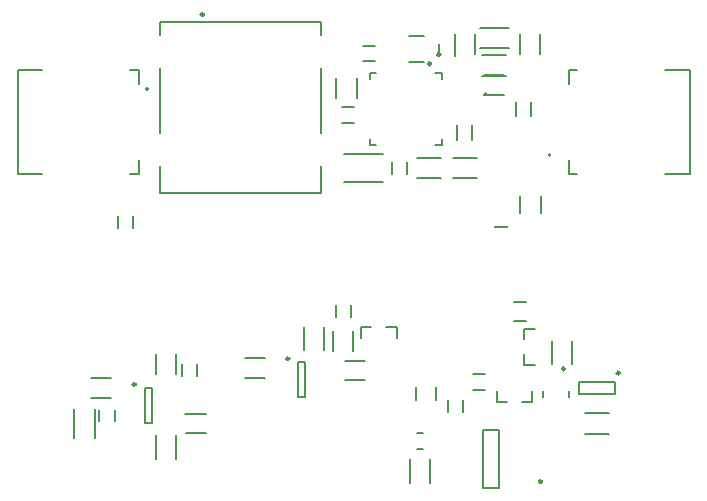
<source format=gbr>
G04*
G04 #@! TF.GenerationSoftware,Altium Limited,Altium Designer,24.9.1 (31)*
G04*
G04 Layer_Color=65535*
%FSLAX44Y44*%
%MOMM*%
G71*
G04*
G04 #@! TF.SameCoordinates,4108D936-EA1F-4614-87FC-E1DBC89B4A7E*
G04*
G04*
G04 #@! TF.FilePolarity,Positive*
G04*
G01*
G75*
%ADD10C,0.2000*%
%ADD11C,0.2500*%
%ADD12C,0.1270*%
%ADD13R,1.2000X0.2000*%
D10*
X167000Y-28000D02*
G03*
X167000Y-28000I-1000J0D01*
G01*
X-173890Y28000D02*
G03*
X-173890Y28000I-1000J0D01*
G01*
X112500Y23500D02*
G03*
X112500Y23500I-1000J0D01*
G01*
X-28000Y-60000D02*
Y-37500D01*
X-164000Y-9500D02*
Y45500D01*
X-28000Y73500D02*
Y85000D01*
X-164000Y73500D02*
Y85000D01*
X-28000Y-9500D02*
Y45500D01*
X-164000Y-60000D02*
X-28000D01*
X-164000Y85000D02*
X-28000D01*
X-164000Y-60000D02*
Y-37500D01*
X36390Y-182755D02*
Y-173280D01*
X5990D02*
X14645D01*
X27735D02*
X36390D01*
X5990Y-182755D02*
Y-173280D01*
X69690Y-235780D02*
Y-224780D01*
X52690Y-235780D02*
Y-224780D01*
X136190Y-152280D02*
X146190D01*
X136190Y-168280D02*
X146190D01*
X-25310Y-193341D02*
Y-173219D01*
X-42310Y-193341D02*
Y-173219D01*
X120990Y-237280D02*
Y-227805D01*
X142735Y-237280D02*
X151390D01*
X120990D02*
X129645D01*
X151390D02*
Y-227805D01*
X167690Y-205341D02*
Y-185219D01*
X184690Y-205341D02*
Y-185219D01*
X101190Y-213780D02*
X111190D01*
X101190Y-226780D02*
X111190D01*
X160440Y-233030D02*
Y-227530D01*
X181940Y-233030D02*
Y-227530D01*
X-92310Y-199780D02*
X-75310D01*
X-92310Y-216780D02*
X-75310D01*
X-17310Y-193780D02*
Y-176780D01*
X-310Y-193780D02*
Y-176780D01*
X196129Y-246780D02*
X216251D01*
X196129Y-263780D02*
X216251D01*
X92690Y-245280D02*
Y-235280D01*
X79690Y-245280D02*
Y-235280D01*
X-2310Y-165280D02*
Y-155280D01*
X-15310Y-165280D02*
Y-155280D01*
X-215310Y-253519D02*
Y-243519D01*
X-202310Y-253519D02*
Y-243519D01*
X-219209Y-267291D02*
Y-242709D01*
X-236791Y-267291D02*
Y-242709D01*
X-132310Y-215280D02*
Y-205280D01*
X-145310Y-215280D02*
Y-205280D01*
X-150310Y-213780D02*
Y-196780D01*
X-167310Y-213780D02*
Y-196780D01*
X-142363Y-247207D02*
X-125363D01*
X-142310Y-263280D02*
X-125310D01*
X-222310Y-216780D02*
X-205310D01*
X-222310Y-233780D02*
X-205310D01*
X-167310Y-285341D02*
Y-265219D01*
X-150310Y-285341D02*
Y-265219D01*
X-199500Y-90000D02*
Y-80000D01*
X-186500Y-90000D02*
Y-80000D01*
X122980Y-309805D02*
Y-260755D01*
X109400D02*
X122980D01*
X109400Y-309805D02*
Y-260755D01*
Y-309805D02*
X122980D01*
X141250Y-77250D02*
Y-62750D01*
X158750Y-77250D02*
Y-62750D01*
X47690Y-305341D02*
Y-285219D01*
X64690Y-305341D02*
Y-285219D01*
X53940Y-263530D02*
X58440D01*
X53940Y-277030D02*
X58440D01*
X221690Y-230280D02*
Y-220280D01*
X190690Y-230280D02*
Y-220280D01*
X221690D01*
X190690Y-230280D02*
X221690D01*
X-170810Y-255280D02*
Y-225280D01*
X-176810Y-255280D02*
Y-225280D01*
Y-255280D02*
X-170810D01*
X-176810Y-225280D02*
X-170810D01*
X-40810Y-233280D02*
Y-203280D01*
X-46810Y-233280D02*
Y-203280D01*
Y-233280D02*
X-40810D01*
X-46810Y-203280D02*
X-40810D01*
X106709Y62209D02*
X131291D01*
X106709Y79791D02*
X131291D01*
X85500Y56000D02*
Y66000D01*
X72500Y56000D02*
Y66000D01*
X140500Y57500D02*
Y74500D01*
X157500Y57500D02*
Y74500D01*
X46500Y73000D02*
X59500D01*
X46500Y51000D02*
X59500D01*
X-8273Y-50781D02*
X24789D01*
X-8273Y-27219D02*
X24789D01*
X-14500Y20000D02*
Y37000D01*
X2500Y20000D02*
Y37000D01*
X-10000Y12500D02*
X0D01*
X-10000Y-500D02*
X0D01*
X100314Y-15314D02*
Y-2686D01*
X87686Y-15314D02*
Y-2686D01*
X69150Y41500D02*
X74500D01*
X13500D02*
X18850D01*
X13500Y-19500D02*
Y-14150D01*
Y36150D02*
Y41500D01*
X69150Y-19500D02*
X74500D01*
X13500D02*
X18850D01*
X74500D02*
Y-14150D01*
Y36150D02*
Y41500D01*
X32500Y-44000D02*
Y-34000D01*
X45500Y-44000D02*
Y-34000D01*
X53939Y-30500D02*
X74061D01*
X53939Y-47500D02*
X74061D01*
X83939Y-30500D02*
X104061D01*
X83939Y-47500D02*
X104061D01*
X137686Y4686D02*
Y17314D01*
X150314Y4686D02*
Y17314D01*
X108959Y39250D02*
X129041D01*
X108959Y56750D02*
X129041D01*
X102500Y57500D02*
Y74500D01*
X85500Y57500D02*
Y74500D01*
X110500Y39500D02*
X127500D01*
X110500Y22500D02*
X127500D01*
X8000Y64500D02*
X18000D01*
X8000Y51500D02*
X18000D01*
X-7257Y-218353D02*
X9743D01*
X-7310Y-202280D02*
X9690D01*
X144190Y-175080D02*
X153665D01*
X144190Y-205480D02*
Y-196825D01*
Y-183735D02*
Y-175080D01*
Y-205480D02*
X153665D01*
D11*
X-126800Y91000D02*
G03*
X-126800Y91000I-1250J0D01*
G01*
X178940Y-209030D02*
G03*
X178940Y-209030I-1250J0D01*
G01*
X159422Y-304330D02*
G03*
X159422Y-304330I-1250J0D01*
G01*
X225190Y-212530D02*
G03*
X225190Y-212530I-1250J0D01*
G01*
X-184560Y-222280D02*
G03*
X-184560Y-222280I-1250J0D01*
G01*
X-54560Y-200280D02*
G03*
X-54560Y-200280I-1250J0D01*
G01*
X73250Y57100D02*
G03*
X73250Y57100I-1250J0D01*
G01*
X65400Y49250D02*
G03*
X65400Y49250I-1250J0D01*
G01*
D12*
X263700Y43700D02*
X284500D01*
Y-43700D02*
Y43700D01*
X263700Y-43700D02*
X284500D01*
X182000Y43700D02*
X189000D01*
X182000Y32200D02*
Y43700D01*
Y-43700D02*
X189000D01*
X182000D02*
Y-32200D01*
X-284500Y43700D02*
X-263700D01*
X-284500Y-43700D02*
Y43700D01*
Y-43700D02*
X-263700D01*
X-182000Y32200D02*
Y43700D01*
X-189000D02*
X-182000D01*
X-189000Y-43700D02*
X-182000D01*
Y-32200D01*
D13*
X125000Y-89002D02*
D03*
M02*

</source>
